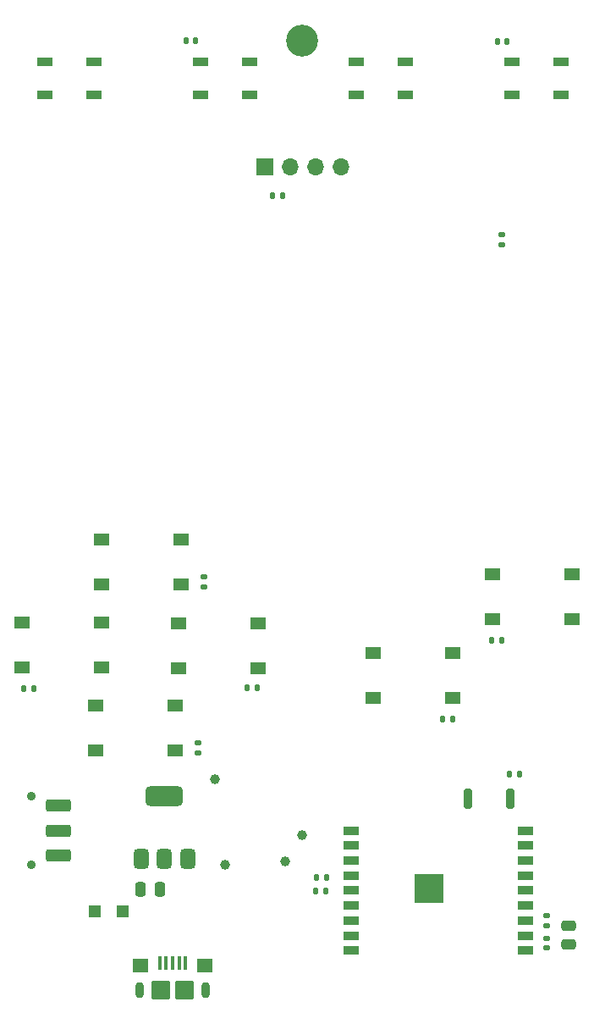
<source format=gbr>
%TF.GenerationSoftware,KiCad,Pcbnew,8.0.4-8.0.4-0~ubuntu22.04.1*%
%TF.CreationDate,2024-08-28T20:52:20+02:00*%
%TF.ProjectId,defcon32_badge,64656663-6f6e-4333-925f-62616467652e,rev?*%
%TF.SameCoordinates,Original*%
%TF.FileFunction,Soldermask,Top*%
%TF.FilePolarity,Negative*%
%FSLAX46Y46*%
G04 Gerber Fmt 4.6, Leading zero omitted, Abs format (unit mm)*
G04 Created by KiCad (PCBNEW 8.0.4-8.0.4-0~ubuntu22.04.1) date 2024-08-28 20:52:20*
%MOMM*%
%LPD*%
G01*
G04 APERTURE LIST*
G04 Aperture macros list*
%AMRoundRect*
0 Rectangle with rounded corners*
0 $1 Rounding radius*
0 $2 $3 $4 $5 $6 $7 $8 $9 X,Y pos of 4 corners*
0 Add a 4 corners polygon primitive as box body*
4,1,4,$2,$3,$4,$5,$6,$7,$8,$9,$2,$3,0*
0 Add four circle primitives for the rounded corners*
1,1,$1+$1,$2,$3*
1,1,$1+$1,$4,$5*
1,1,$1+$1,$6,$7*
1,1,$1+$1,$8,$9*
0 Add four rect primitives between the rounded corners*
20,1,$1+$1,$2,$3,$4,$5,0*
20,1,$1+$1,$4,$5,$6,$7,0*
20,1,$1+$1,$6,$7,$8,$9,0*
20,1,$1+$1,$8,$9,$2,$3,0*%
G04 Aperture macros list end*
%ADD10RoundRect,0.135000X-0.135000X-0.185000X0.135000X-0.185000X0.135000X0.185000X-0.135000X0.185000X0*%
%ADD11C,1.000000*%
%ADD12RoundRect,0.135000X0.185000X-0.135000X0.185000X0.135000X-0.185000X0.135000X-0.185000X-0.135000X0*%
%ADD13RoundRect,0.135000X0.135000X0.185000X-0.135000X0.185000X-0.135000X-0.185000X0.135000X-0.185000X0*%
%ADD14R,1.500000X0.900000*%
%ADD15RoundRect,0.200000X-0.200000X-0.800000X0.200000X-0.800000X0.200000X0.800000X-0.200000X0.800000X0*%
%ADD16RoundRect,0.140000X0.140000X0.170000X-0.140000X0.170000X-0.140000X-0.170000X0.140000X-0.170000X0*%
%ADD17RoundRect,0.135000X-0.185000X0.135000X-0.185000X-0.135000X0.185000X-0.135000X0.185000X0.135000X0*%
%ADD18RoundRect,0.140000X-0.140000X-0.170000X0.140000X-0.170000X0.140000X0.170000X-0.140000X0.170000X0*%
%ADD19RoundRect,0.100000X-0.100000X-0.575000X0.100000X-0.575000X0.100000X0.575000X-0.100000X0.575000X0*%
%ADD20O,0.900000X1.600000*%
%ADD21RoundRect,0.250000X-0.550000X-0.450000X0.550000X-0.450000X0.550000X0.450000X-0.550000X0.450000X0*%
%ADD22RoundRect,0.250000X-0.700000X-0.700000X0.700000X-0.700000X0.700000X0.700000X-0.700000X0.700000X0*%
%ADD23R,1.550000X1.300000*%
%ADD24RoundRect,0.375000X0.375000X-0.625000X0.375000X0.625000X-0.375000X0.625000X-0.375000X-0.625000X0*%
%ADD25RoundRect,0.500000X1.400000X-0.500000X1.400000X0.500000X-1.400000X0.500000X-1.400000X-0.500000X0*%
%ADD26R,1.200000X1.200000*%
%ADD27C,3.200000*%
%ADD28C,0.900000*%
%ADD29RoundRect,0.250000X-1.000000X0.375000X-1.000000X-0.375000X1.000000X-0.375000X1.000000X0.375000X0*%
%ADD30RoundRect,0.140000X-0.170000X0.140000X-0.170000X-0.140000X0.170000X-0.140000X0.170000X0.140000X0*%
%ADD31C,0.600000*%
%ADD32R,2.900000X2.900000*%
%ADD33RoundRect,0.250000X-0.475000X0.250000X-0.475000X-0.250000X0.475000X-0.250000X0.475000X0.250000X0*%
%ADD34R,1.700000X1.700000*%
%ADD35O,1.700000X1.700000*%
%ADD36RoundRect,0.250000X-0.250000X-0.475000X0.250000X-0.475000X0.250000X0.475000X-0.250000X0.475000X0*%
G04 APERTURE END LIST*
D10*
%TO.C,R9*%
X131190000Y-148900000D03*
X132210000Y-148900000D03*
%TD*%
D11*
%TO.C,TP3*%
X121100000Y-137700000D03*
%TD*%
%TO.C,TP2*%
X128100000Y-145900000D03*
%TD*%
D12*
%TO.C,R11*%
X149800000Y-84310000D03*
X149800000Y-83290000D03*
%TD*%
D13*
%TO.C,R7*%
X149760000Y-123800000D03*
X148740000Y-123800000D03*
%TD*%
D14*
%TO.C,D3*%
X119683333Y-65975000D03*
X119683333Y-69275000D03*
X124583333Y-69275000D03*
X124583333Y-65975000D03*
%TD*%
D15*
%TO.C,SW1*%
X146400000Y-139700000D03*
X150600000Y-139700000D03*
%TD*%
D16*
%TO.C,C2*%
X127830000Y-79400000D03*
X126870000Y-79400000D03*
%TD*%
D17*
%TO.C,R1*%
X154300000Y-151340000D03*
X154300000Y-152360000D03*
%TD*%
D13*
%TO.C,R4*%
X125360000Y-128600000D03*
X124340000Y-128600000D03*
%TD*%
D14*
%TO.C,D4*%
X104100000Y-65975000D03*
X104100000Y-69275000D03*
X109000000Y-69275000D03*
X109000000Y-65975000D03*
%TD*%
D18*
%TO.C,C3*%
X149370000Y-63950000D03*
X150330000Y-63950000D03*
%TD*%
D14*
%TO.C,D1*%
X150850000Y-65975000D03*
X150850000Y-69275000D03*
X155750000Y-69275000D03*
X155750000Y-65975000D03*
%TD*%
D19*
%TO.C,J2*%
X115550000Y-156125000D03*
X116200000Y-156125000D03*
X116850000Y-156125000D03*
X117500000Y-156125000D03*
X118150000Y-156125000D03*
D20*
X113550000Y-158800000D03*
D21*
X113650000Y-156350000D03*
D22*
X115650000Y-158800000D03*
X118050000Y-158800000D03*
D21*
X120050000Y-156350000D03*
D20*
X120150000Y-158800000D03*
%TD*%
D17*
%TO.C,R5*%
X119400000Y-134090000D03*
X119400000Y-135110000D03*
%TD*%
D10*
%TO.C,R2*%
X150590000Y-137200000D03*
X151610000Y-137200000D03*
%TD*%
D23*
%TO.C,SW7*%
X136925000Y-125100000D03*
X144875000Y-125100000D03*
X136925000Y-129600000D03*
X144875000Y-129600000D03*
%TD*%
D17*
%TO.C,R3*%
X119950000Y-117490000D03*
X119950000Y-118510000D03*
%TD*%
D23*
%TO.C,SW6*%
X148875000Y-117200000D03*
X156825000Y-117200000D03*
X148875000Y-121700000D03*
X156825000Y-121700000D03*
%TD*%
D24*
%TO.C,U2*%
X113750000Y-145700000D03*
X116050000Y-145700000D03*
D25*
X116050000Y-139400000D03*
D24*
X118350000Y-145700000D03*
%TD*%
D11*
%TO.C,TP4*%
X122100000Y-146300000D03*
%TD*%
D14*
%TO.C,D2*%
X135266666Y-65975000D03*
X135266666Y-69275000D03*
X140166666Y-69275000D03*
X140166666Y-65975000D03*
%TD*%
D26*
%TO.C,D9*%
X111900000Y-150900000D03*
X109100000Y-150900000D03*
%TD*%
D27*
%TO.C,H1*%
X129850000Y-63850000D03*
%TD*%
D28*
%TO.C,SW8*%
X102700000Y-139450000D03*
X102700000Y-146250000D03*
D29*
X105450000Y-140350000D03*
X105450000Y-142850000D03*
X105450000Y-145350000D03*
%TD*%
D23*
%TO.C,SW4*%
X109150000Y-130350000D03*
X117100000Y-130350000D03*
X109150000Y-134850000D03*
X117100000Y-134850000D03*
%TD*%
%TO.C,SW3*%
X117475000Y-122100000D03*
X125425000Y-122100000D03*
X117475000Y-126600000D03*
X125425000Y-126600000D03*
%TD*%
D10*
%TO.C,R6*%
X101990000Y-128650000D03*
X103010000Y-128650000D03*
%TD*%
D11*
%TO.C,TP1*%
X129800000Y-143300000D03*
%TD*%
D30*
%TO.C,C1*%
X154300000Y-153620000D03*
X154300000Y-154580000D03*
%TD*%
D14*
%TO.C,U1*%
X152200000Y-154850000D03*
X152200000Y-153350000D03*
X152200000Y-151850000D03*
X152200000Y-150350000D03*
X152200000Y-148850000D03*
X152200000Y-147350000D03*
X152200000Y-145850000D03*
X152200000Y-144350000D03*
X152200000Y-142850000D03*
X134700000Y-142850000D03*
X134700000Y-144350000D03*
X134700000Y-145850000D03*
X134700000Y-147350000D03*
X134700000Y-148850000D03*
X134700000Y-150350000D03*
X134700000Y-151850000D03*
X134700000Y-153350000D03*
X134700000Y-154850000D03*
D31*
X143590000Y-149200000D03*
X143590000Y-148100000D03*
X143040000Y-149750000D03*
X143040000Y-148650000D03*
X143040000Y-147550000D03*
X142490000Y-149200000D03*
D32*
X142490000Y-148650000D03*
D31*
X142490000Y-148100000D03*
X141940000Y-149750000D03*
X141940000Y-148650000D03*
X141940000Y-147550000D03*
X141390000Y-149200000D03*
X141390000Y-148100000D03*
%TD*%
D33*
%TO.C,C8*%
X156500000Y-152350000D03*
X156500000Y-154250000D03*
%TD*%
D34*
%TO.C,J1*%
X126100000Y-76475000D03*
D35*
X128640000Y-76475000D03*
X131180000Y-76475000D03*
X133720000Y-76475000D03*
%TD*%
D23*
%TO.C,SW5*%
X101775000Y-122050000D03*
X109725000Y-122050000D03*
X101775000Y-126550000D03*
X109725000Y-126550000D03*
%TD*%
D18*
%TO.C,C5*%
X118170000Y-63900000D03*
X119130000Y-63900000D03*
%TD*%
D10*
%TO.C,R10*%
X131240000Y-147550000D03*
X132260000Y-147550000D03*
%TD*%
D23*
%TO.C,SW2*%
X109750000Y-113750000D03*
X117700000Y-113750000D03*
X109750000Y-118250000D03*
X117700000Y-118250000D03*
%TD*%
D13*
%TO.C,R8*%
X144910000Y-131750000D03*
X143890000Y-131750000D03*
%TD*%
D36*
%TO.C,C7*%
X113650000Y-148700000D03*
X115550000Y-148700000D03*
%TD*%
M02*

</source>
